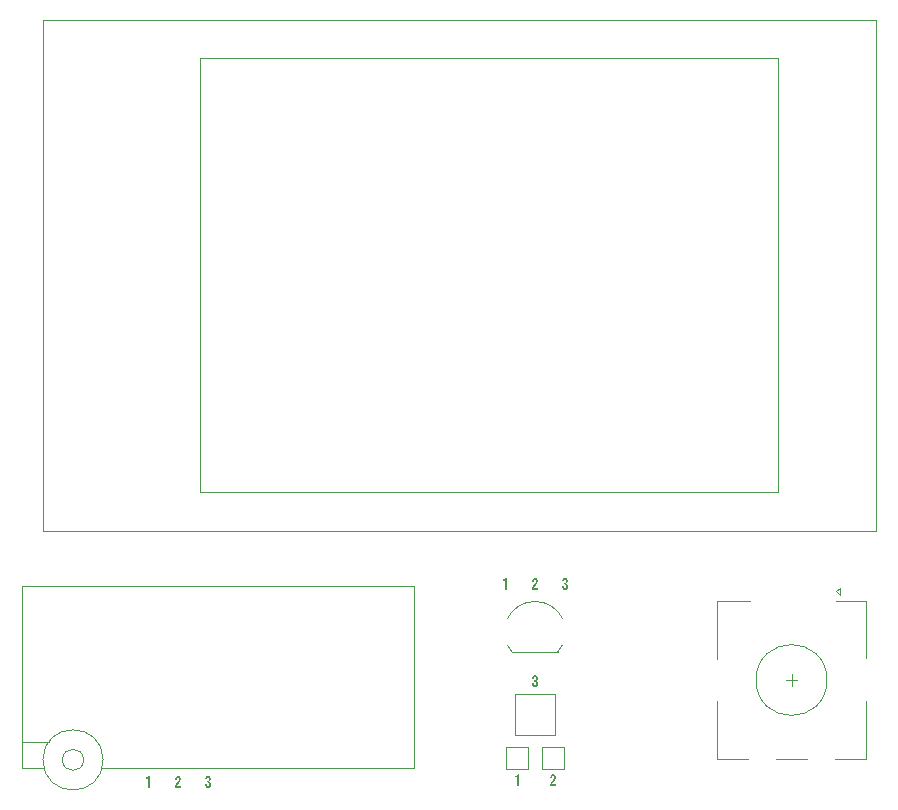
<source format=gto>
%TF.GenerationSoftware,KiCad,Pcbnew,8.0.7*%
%TF.CreationDate,2024-12-15T20:11:50+01:00*%
%TF.ProjectId,transistor-tester,7472616e-7369-4737-946f-722d74657374,rev?*%
%TF.SameCoordinates,Original*%
%TF.FileFunction,Legend,Top*%
%TF.FilePolarity,Positive*%
%FSLAX46Y46*%
G04 Gerber Fmt 4.6, Leading zero omitted, Abs format (unit mm)*
G04 Created by KiCad (PCBNEW 8.0.7) date 2024-12-15 20:11:50*
%MOMM*%
%LPD*%
G01*
G04 APERTURE LIST*
%ADD10C,0.100000*%
%ADD11C,0.120000*%
%ADD12R,1.500000X1.500000*%
%ADD13R,2.000000X2.000000*%
%ADD14C,2.000000*%
%ADD15R,2.500000X3.000000*%
%ADD16R,3.000000X3.000000*%
%ADD17C,4.000000*%
%ADD18C,1.500000*%
%ADD19R,1.440000X2.000000*%
%ADD20O,1.440000X2.000000*%
%ADD21R,1.700000X1.700000*%
%ADD22O,1.700000X1.700000*%
%ADD23O,1.700000X1.100000*%
G04 APERTURE END LIST*
D10*
G36*
X122457052Y-121642777D02*
G01*
X122459159Y-121591898D01*
X122466565Y-121539148D01*
X122479303Y-121491151D01*
X122490758Y-121461793D01*
X122513948Y-121418065D01*
X122541666Y-121377055D01*
X122576070Y-121334031D01*
X122611658Y-121294731D01*
X122646735Y-121255945D01*
X122680612Y-121214768D01*
X122710805Y-121172457D01*
X122730604Y-121138415D01*
X122749377Y-121093115D01*
X122760969Y-121042247D01*
X122763577Y-121003105D01*
X122759069Y-120952104D01*
X122743061Y-120914933D01*
X122699757Y-120891445D01*
X122683465Y-120890265D01*
X122634647Y-120903969D01*
X122607187Y-120949745D01*
X122603354Y-120987718D01*
X122603354Y-121093475D01*
X122457052Y-121093475D01*
X122457052Y-120997732D01*
X122459869Y-120947942D01*
X122469986Y-120897593D01*
X122490162Y-120849308D01*
X122515915Y-120813817D01*
X122558080Y-120779942D01*
X122604961Y-120760182D01*
X122653737Y-120751149D01*
X122687617Y-120749581D01*
X122740572Y-120753596D01*
X122792155Y-120767710D01*
X122835275Y-120791987D01*
X122859320Y-120813817D01*
X122887892Y-120854236D01*
X122907113Y-120903504D01*
X122916349Y-120954727D01*
X122918427Y-120997732D01*
X122915027Y-121048099D01*
X122904826Y-121097809D01*
X122887824Y-121146863D01*
X122875440Y-121173831D01*
X122850146Y-121218405D01*
X122821577Y-121260012D01*
X122787000Y-121304050D01*
X122752582Y-121343732D01*
X122727185Y-121371179D01*
X122691879Y-121410231D01*
X122661033Y-121448547D01*
X122634128Y-121490369D01*
X122616176Y-121537630D01*
X122610192Y-121588066D01*
X122610192Y-121609316D01*
X122904261Y-121609316D01*
X122904261Y-121750000D01*
X122457052Y-121750000D01*
X122457052Y-121642777D01*
G37*
G36*
X151378382Y-120872685D02*
G01*
X151216693Y-120872685D01*
X151216693Y-120763265D01*
X151266160Y-120761410D01*
X151315199Y-120754037D01*
X151322939Y-120752030D01*
X151368570Y-120730652D01*
X151386931Y-120714416D01*
X151414656Y-120672284D01*
X151429185Y-120638212D01*
X151533232Y-120638212D01*
X151533232Y-121623000D01*
X151378382Y-121623000D01*
X151378382Y-120872685D01*
G37*
G36*
X152905313Y-113256631D02*
G01*
X152851763Y-113252708D01*
X152799839Y-113238916D01*
X152756726Y-113215193D01*
X152732878Y-113193861D01*
X152702094Y-113149158D01*
X152684138Y-113099829D01*
X152675929Y-113048748D01*
X152674504Y-113013365D01*
X152674504Y-112933742D01*
X152820805Y-112933742D01*
X152820805Y-113019960D01*
X152828629Y-113070578D01*
X152862191Y-113108354D01*
X152900917Y-113115947D01*
X152949414Y-113102346D01*
X152960756Y-113091767D01*
X152978848Y-113043932D01*
X152981273Y-113006282D01*
X152981273Y-112926903D01*
X152976691Y-112875899D01*
X152957337Y-112831893D01*
X152913194Y-112806693D01*
X152879912Y-112803316D01*
X152827888Y-112803316D01*
X152827888Y-112662632D01*
X152884064Y-112662632D01*
X152933008Y-112653092D01*
X152953673Y-112638208D01*
X152974135Y-112591631D01*
X152976876Y-112555898D01*
X152976876Y-112482381D01*
X152970230Y-112432587D01*
X152955871Y-112405933D01*
X152912387Y-112382132D01*
X152899696Y-112381265D01*
X152851305Y-112396784D01*
X152827585Y-112443341D01*
X152824957Y-112475298D01*
X152824957Y-112541732D01*
X152678656Y-112541732D01*
X152678656Y-112488976D01*
X152681449Y-112439174D01*
X152691482Y-112388784D01*
X152711491Y-112340415D01*
X152737030Y-112304817D01*
X152778546Y-112270942D01*
X152824517Y-112251182D01*
X152878641Y-112241584D01*
X152905313Y-112240581D01*
X152957535Y-112244565D01*
X153008293Y-112258572D01*
X153054766Y-112285963D01*
X153074085Y-112304328D01*
X153101949Y-112344550D01*
X153120693Y-112393775D01*
X153129700Y-112445089D01*
X153131726Y-112488243D01*
X153131726Y-112523903D01*
X153128552Y-112576177D01*
X153117847Y-112624514D01*
X153104860Y-112654817D01*
X153073407Y-112694952D01*
X153028968Y-112722852D01*
X153022061Y-112725647D01*
X153022061Y-112728334D01*
X153065515Y-112751186D01*
X153099869Y-112786075D01*
X153109012Y-112801118D01*
X153127378Y-112850259D01*
X153134934Y-112900863D01*
X153135878Y-112929101D01*
X153135878Y-113015563D01*
X153132230Y-113070625D01*
X153121285Y-113118817D01*
X153100250Y-113164822D01*
X153077504Y-113194593D01*
X153035606Y-113227309D01*
X152988639Y-113246392D01*
X152939527Y-113255116D01*
X152905313Y-113256631D01*
G37*
G36*
X150362382Y-104235685D02*
G01*
X150200693Y-104235685D01*
X150200693Y-104126265D01*
X150250160Y-104124410D01*
X150299199Y-104117037D01*
X150306939Y-104115030D01*
X150352570Y-104093652D01*
X150370931Y-104077416D01*
X150398656Y-104035284D01*
X150413185Y-104001212D01*
X150517232Y-104001212D01*
X150517232Y-104986000D01*
X150362382Y-104986000D01*
X150362382Y-104235685D01*
G37*
G36*
X154207052Y-121515777D02*
G01*
X154209159Y-121464898D01*
X154216565Y-121412148D01*
X154229303Y-121364151D01*
X154240758Y-121334793D01*
X154263948Y-121291065D01*
X154291666Y-121250055D01*
X154326070Y-121207031D01*
X154361658Y-121167731D01*
X154396735Y-121128945D01*
X154430612Y-121087768D01*
X154460805Y-121045457D01*
X154480604Y-121011415D01*
X154499377Y-120966115D01*
X154510969Y-120915247D01*
X154513577Y-120876105D01*
X154509069Y-120825104D01*
X154493061Y-120787933D01*
X154449757Y-120764445D01*
X154433465Y-120763265D01*
X154384647Y-120776969D01*
X154357187Y-120822745D01*
X154353354Y-120860718D01*
X154353354Y-120966475D01*
X154207052Y-120966475D01*
X154207052Y-120870732D01*
X154209869Y-120820942D01*
X154219986Y-120770593D01*
X154240162Y-120722308D01*
X154265915Y-120686817D01*
X154308080Y-120652942D01*
X154354961Y-120633182D01*
X154403737Y-120624149D01*
X154437617Y-120622581D01*
X154490572Y-120626596D01*
X154542155Y-120640710D01*
X154585275Y-120664987D01*
X154609320Y-120686817D01*
X154637892Y-120727236D01*
X154657113Y-120776504D01*
X154666349Y-120827727D01*
X154668427Y-120870732D01*
X154665027Y-120921099D01*
X154654826Y-120970809D01*
X154637824Y-121019863D01*
X154625440Y-121046831D01*
X154600146Y-121091405D01*
X154571577Y-121133012D01*
X154537000Y-121177050D01*
X154502582Y-121216732D01*
X154477185Y-121244179D01*
X154441879Y-121283231D01*
X154411033Y-121321547D01*
X154384128Y-121363369D01*
X154366176Y-121410630D01*
X154360192Y-121461066D01*
X154360192Y-121482316D01*
X154654261Y-121482316D01*
X154654261Y-121623000D01*
X154207052Y-121623000D01*
X154207052Y-121515777D01*
G37*
G36*
X152683052Y-104878777D02*
G01*
X152685159Y-104827898D01*
X152692565Y-104775148D01*
X152705303Y-104727151D01*
X152716758Y-104697793D01*
X152739948Y-104654065D01*
X152767666Y-104613055D01*
X152802070Y-104570031D01*
X152837658Y-104530731D01*
X152872735Y-104491945D01*
X152906612Y-104450768D01*
X152936805Y-104408457D01*
X152956604Y-104374415D01*
X152975377Y-104329115D01*
X152986969Y-104278247D01*
X152989577Y-104239105D01*
X152985069Y-104188104D01*
X152969061Y-104150933D01*
X152925757Y-104127445D01*
X152909465Y-104126265D01*
X152860647Y-104139969D01*
X152833187Y-104185745D01*
X152829354Y-104223718D01*
X152829354Y-104329475D01*
X152683052Y-104329475D01*
X152683052Y-104233732D01*
X152685869Y-104183942D01*
X152695986Y-104133593D01*
X152716162Y-104085308D01*
X152741915Y-104049817D01*
X152784080Y-104015942D01*
X152830961Y-103996182D01*
X152879737Y-103987149D01*
X152913617Y-103985581D01*
X152966572Y-103989596D01*
X153018155Y-104003710D01*
X153061275Y-104027987D01*
X153085320Y-104049817D01*
X153113892Y-104090236D01*
X153133113Y-104139504D01*
X153142349Y-104190727D01*
X153144427Y-104233732D01*
X153141027Y-104284099D01*
X153130826Y-104333809D01*
X153113824Y-104382863D01*
X153101440Y-104409831D01*
X153076146Y-104454405D01*
X153047577Y-104496012D01*
X153013000Y-104540050D01*
X152978582Y-104579732D01*
X152953185Y-104607179D01*
X152917879Y-104646231D01*
X152887033Y-104684547D01*
X152860128Y-104726369D01*
X152842176Y-104773630D01*
X152836192Y-104824066D01*
X152836192Y-104845316D01*
X153130261Y-104845316D01*
X153130261Y-104986000D01*
X152683052Y-104986000D01*
X152683052Y-104878777D01*
G37*
G36*
X155445313Y-105001631D02*
G01*
X155391763Y-104997708D01*
X155339839Y-104983916D01*
X155296726Y-104960193D01*
X155272878Y-104938861D01*
X155242094Y-104894158D01*
X155224138Y-104844829D01*
X155215929Y-104793748D01*
X155214504Y-104758365D01*
X155214504Y-104678742D01*
X155360805Y-104678742D01*
X155360805Y-104764960D01*
X155368629Y-104815578D01*
X155402191Y-104853354D01*
X155440917Y-104860947D01*
X155489414Y-104847346D01*
X155500756Y-104836767D01*
X155518848Y-104788932D01*
X155521273Y-104751282D01*
X155521273Y-104671903D01*
X155516691Y-104620899D01*
X155497337Y-104576893D01*
X155453194Y-104551693D01*
X155419912Y-104548316D01*
X155367888Y-104548316D01*
X155367888Y-104407632D01*
X155424064Y-104407632D01*
X155473008Y-104398092D01*
X155493673Y-104383208D01*
X155514135Y-104336631D01*
X155516876Y-104300898D01*
X155516876Y-104227381D01*
X155510230Y-104177587D01*
X155495871Y-104150933D01*
X155452387Y-104127132D01*
X155439696Y-104126265D01*
X155391305Y-104141784D01*
X155367585Y-104188341D01*
X155364957Y-104220298D01*
X155364957Y-104286732D01*
X155218656Y-104286732D01*
X155218656Y-104233976D01*
X155221449Y-104184174D01*
X155231482Y-104133784D01*
X155251491Y-104085415D01*
X155277030Y-104049817D01*
X155318546Y-104015942D01*
X155364517Y-103996182D01*
X155418641Y-103986584D01*
X155445313Y-103985581D01*
X155497535Y-103989565D01*
X155548293Y-104003572D01*
X155594766Y-104030963D01*
X155614085Y-104049328D01*
X155641949Y-104089550D01*
X155660693Y-104138775D01*
X155669700Y-104190089D01*
X155671726Y-104233243D01*
X155671726Y-104268903D01*
X155668552Y-104321177D01*
X155657847Y-104369514D01*
X155644860Y-104399817D01*
X155613407Y-104439952D01*
X155568968Y-104467852D01*
X155562061Y-104470647D01*
X155562061Y-104473334D01*
X155605515Y-104496186D01*
X155639869Y-104531075D01*
X155649012Y-104546118D01*
X155667378Y-104595259D01*
X155674934Y-104645863D01*
X155675878Y-104674101D01*
X155675878Y-104760563D01*
X155672230Y-104815625D01*
X155661285Y-104863817D01*
X155640250Y-104909822D01*
X155617504Y-104939593D01*
X155575606Y-104972309D01*
X155528639Y-104991392D01*
X155479527Y-105000116D01*
X155445313Y-105001631D01*
G37*
G36*
X120136382Y-120999685D02*
G01*
X119974693Y-120999685D01*
X119974693Y-120890265D01*
X120024160Y-120888410D01*
X120073199Y-120881037D01*
X120080939Y-120879030D01*
X120126570Y-120857652D01*
X120144931Y-120841416D01*
X120172656Y-120799284D01*
X120187185Y-120765212D01*
X120291232Y-120765212D01*
X120291232Y-121750000D01*
X120136382Y-121750000D01*
X120136382Y-120999685D01*
G37*
G36*
X125219313Y-121765631D02*
G01*
X125165763Y-121761708D01*
X125113839Y-121747916D01*
X125070726Y-121724193D01*
X125046878Y-121702861D01*
X125016094Y-121658158D01*
X124998138Y-121608829D01*
X124989929Y-121557748D01*
X124988504Y-121522365D01*
X124988504Y-121442742D01*
X125134805Y-121442742D01*
X125134805Y-121528960D01*
X125142629Y-121579578D01*
X125176191Y-121617354D01*
X125214917Y-121624947D01*
X125263414Y-121611346D01*
X125274756Y-121600767D01*
X125292848Y-121552932D01*
X125295273Y-121515282D01*
X125295273Y-121435903D01*
X125290691Y-121384899D01*
X125271337Y-121340893D01*
X125227194Y-121315693D01*
X125193912Y-121312316D01*
X125141888Y-121312316D01*
X125141888Y-121171632D01*
X125198064Y-121171632D01*
X125247008Y-121162092D01*
X125267673Y-121147208D01*
X125288135Y-121100631D01*
X125290876Y-121064898D01*
X125290876Y-120991381D01*
X125284230Y-120941587D01*
X125269871Y-120914933D01*
X125226387Y-120891132D01*
X125213696Y-120890265D01*
X125165305Y-120905784D01*
X125141585Y-120952341D01*
X125138957Y-120984298D01*
X125138957Y-121050732D01*
X124992656Y-121050732D01*
X124992656Y-120997976D01*
X124995449Y-120948174D01*
X125005482Y-120897784D01*
X125025491Y-120849415D01*
X125051030Y-120813817D01*
X125092546Y-120779942D01*
X125138517Y-120760182D01*
X125192641Y-120750584D01*
X125219313Y-120749581D01*
X125271535Y-120753565D01*
X125322293Y-120767572D01*
X125368766Y-120794963D01*
X125388085Y-120813328D01*
X125415949Y-120853550D01*
X125434693Y-120902775D01*
X125443700Y-120954089D01*
X125445726Y-120997243D01*
X125445726Y-121032903D01*
X125442552Y-121085177D01*
X125431847Y-121133514D01*
X125418860Y-121163817D01*
X125387407Y-121203952D01*
X125342968Y-121231852D01*
X125336061Y-121234647D01*
X125336061Y-121237334D01*
X125379515Y-121260186D01*
X125413869Y-121295075D01*
X125423012Y-121310118D01*
X125441378Y-121359259D01*
X125448934Y-121409863D01*
X125449878Y-121438101D01*
X125449878Y-121524563D01*
X125446230Y-121579625D01*
X125435285Y-121627817D01*
X125414250Y-121673822D01*
X125391504Y-121703593D01*
X125349606Y-121736309D01*
X125302639Y-121755392D01*
X125253527Y-121764116D01*
X125219313Y-121765631D01*
G37*
D11*
%TO.C,TP2*%
X153482000Y-118303000D02*
X155382000Y-118303000D01*
X153482000Y-120203000D02*
X153482000Y-118303000D01*
X155382000Y-118303000D02*
X155382000Y-120203000D01*
X155382000Y-120203000D02*
X153482000Y-120203000D01*
%TO.C,SW1*%
X168325000Y-105945000D02*
X171125000Y-105945000D01*
X168325000Y-110845000D02*
X168325000Y-105945000D01*
X168325000Y-119345000D02*
X168325000Y-114445000D01*
X170925000Y-119345000D02*
X168325000Y-119345000D01*
X174625000Y-112145000D02*
X174625000Y-113145000D01*
X175125000Y-112645000D02*
X174125000Y-112645000D01*
X175925000Y-119345000D02*
X173325000Y-119345000D01*
X178425000Y-105145000D02*
X178725000Y-104845000D01*
X178725000Y-104845000D02*
X178725000Y-105445000D01*
X178725000Y-105445000D02*
X178425000Y-105145000D01*
X180925000Y-105945000D02*
X178425000Y-105945000D01*
X180925000Y-110745000D02*
X180925000Y-105945000D01*
X180925000Y-114445000D02*
X180925000Y-119345000D01*
X180925000Y-119345000D02*
X178325000Y-119345000D01*
X177625000Y-112645000D02*
G75*
G02*
X171625000Y-112645000I-3000000J0D01*
G01*
X171625000Y-112645000D02*
G75*
G02*
X177625000Y-112645000I3000000J0D01*
G01*
%TO.C,TP1*%
X150434000Y-118303000D02*
X152334000Y-118303000D01*
X150434000Y-120203000D02*
X150434000Y-118303000D01*
X152334000Y-118303000D02*
X152334000Y-120203000D01*
X152334000Y-120203000D02*
X150434000Y-120203000D01*
%TO.C,TP3*%
X151208000Y-113870000D02*
X154608000Y-113870000D01*
X151208000Y-117270000D02*
X151208000Y-113870000D01*
X154608000Y-113870000D02*
X154608000Y-117270000D01*
X154608000Y-117270000D02*
X151208000Y-117270000D01*
%TO.C,J7*%
X111292000Y-56736000D02*
X181792000Y-56736000D01*
X111292000Y-100036000D02*
X111292000Y-56736000D01*
X124562000Y-59976000D02*
X173522000Y-59976000D01*
X124562000Y-96696000D02*
X124562000Y-59976000D01*
X173522000Y-59976000D02*
X173522000Y-96696000D01*
X173522000Y-96696000D02*
X124562000Y-96696000D01*
X181792000Y-56736000D02*
X181792000Y-100036000D01*
X181792000Y-100036000D02*
X111292000Y-100036000D01*
%TO.C,J5*%
X150968000Y-110285000D02*
X154818000Y-110285000D01*
X150551600Y-107486193D02*
G75*
G02*
X152908000Y-105985000I2356400J-1098807D01*
G01*
X150968000Y-110285000D02*
G75*
G02*
X150585369Y-109707045I1940000J1700000D01*
G01*
X152908000Y-105985000D02*
G75*
G02*
X155264400Y-107486193I0J-2600000D01*
G01*
X155210383Y-109697264D02*
G75*
G02*
X154818000Y-110285000I-2302383J1112264D01*
G01*
%TO.C,J4*%
X109482000Y-104695000D02*
X109482000Y-120095000D01*
X109482000Y-117855000D02*
X111742000Y-117855000D01*
X109482000Y-120095000D02*
X111342000Y-120095000D01*
X116242000Y-120095000D02*
X142682000Y-120095000D01*
X142682000Y-104695000D02*
X109482000Y-104695000D01*
X142682000Y-120095000D02*
X142682000Y-104695000D01*
X116342000Y-119405000D02*
G75*
G02*
X111242000Y-119405000I-2550000J0D01*
G01*
X111242000Y-119405000D02*
G75*
G02*
X116342000Y-119405000I2550000J0D01*
G01*
X114692000Y-119405000D02*
G75*
G02*
X112892000Y-119405000I-900000J0D01*
G01*
X112892000Y-119405000D02*
G75*
G02*
X114692000Y-119405000I900000J0D01*
G01*
%TD*%
%LPC*%
D12*
%TO.C,TP2*%
X154432000Y-119253000D03*
%TD*%
D13*
%TO.C,SW1*%
X177125000Y-105145000D03*
D14*
X172125000Y-105145000D03*
X174625000Y-105145000D03*
D15*
X180225000Y-112645000D03*
X169025000Y-112645000D03*
D14*
X177125000Y-119645000D03*
X172125000Y-119645000D03*
%TD*%
D12*
%TO.C,TP1*%
X151384000Y-119253000D03*
%TD*%
D16*
%TO.C,TP3*%
X152908000Y-115570000D03*
%TD*%
D17*
%TO.C,J7*%
X113792000Y-59236000D03*
X113792000Y-97536000D03*
X179292000Y-59236000D03*
X179292000Y-97536000D03*
D12*
X113772000Y-69486000D03*
D18*
X113772000Y-72026000D03*
X113772000Y-74566000D03*
X113772000Y-77106000D03*
X113772000Y-79646000D03*
X113772000Y-82186000D03*
X113772000Y-84726000D03*
X113772000Y-87266000D03*
%TD*%
D12*
%TO.C,J5*%
X150368000Y-108585000D03*
D18*
X152908000Y-108585000D03*
X155448000Y-108585000D03*
%TD*%
D19*
%TO.C,J4*%
X120142000Y-116205000D03*
D20*
X122682000Y-116205000D03*
X125222000Y-116205000D03*
X127762000Y-116205000D03*
X130302000Y-116205000D03*
X132842000Y-116205000D03*
X135382000Y-116205000D03*
X135382000Y-108585000D03*
X132842000Y-108585000D03*
X130302000Y-108585000D03*
X127762000Y-108585000D03*
X125222000Y-108585000D03*
X122682000Y-108585000D03*
X120142000Y-108585000D03*
%TD*%
D21*
%TO.C,J2*%
X180746400Y-66090800D03*
D22*
X178206400Y-66090800D03*
%TD*%
D23*
%TO.C,J1*%
X183676400Y-78890400D03*
X179876400Y-78890400D03*
X183676400Y-87530400D03*
X179876400Y-87530400D03*
%TD*%
D21*
%TO.C,J3*%
X122936000Y-79629000D03*
D22*
X125476000Y-79629000D03*
X122936000Y-77089000D03*
X125476000Y-77089000D03*
X122936000Y-74549000D03*
X125476000Y-74549000D03*
%TD*%
%LPD*%
M02*

</source>
